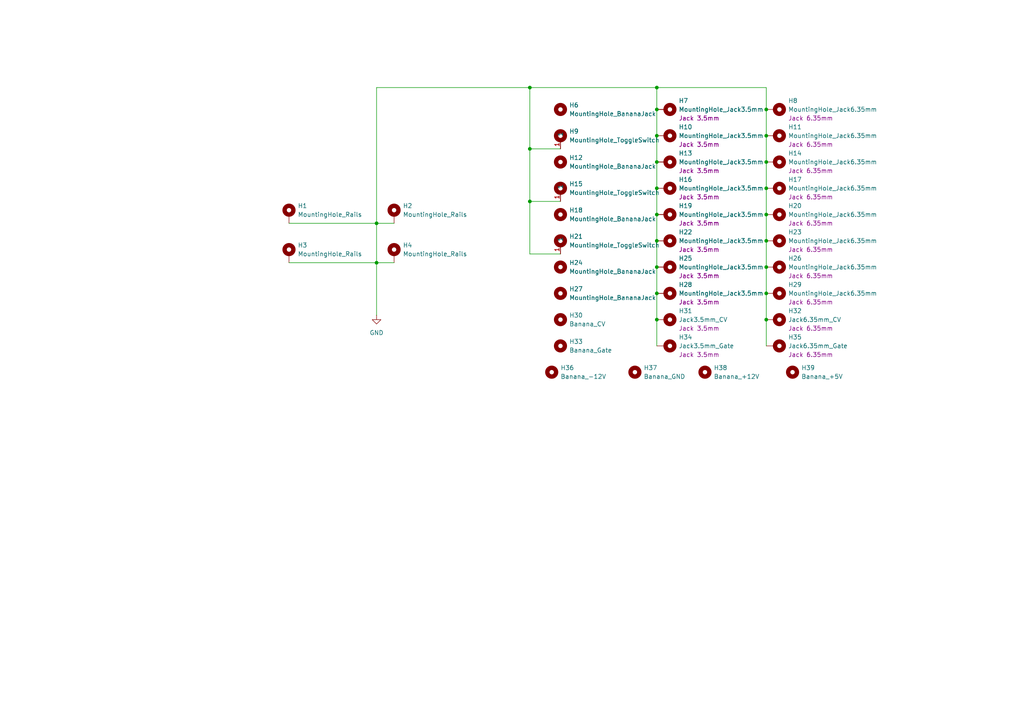
<source format=kicad_sch>
(kicad_sch (version 20231120) (generator "eeschema") (generator_version "8.0")
  (paper "A4")
  (title_block (title "Adapter Mult Mk1") (date "2024-05-26") (rev "1") (company "DMH"))
  (lib_symbols
    (symbol "Synth_Stuff:MountingHole_BananaJack" (pin_names (offset 1.016)) (exclude_from_sim yes) (in_bom no)
      (property "Reference" "H" (at 0 5.08 0))
      (property "Value" "MountingHole_BananaJack" (at 0 3.175 0))
      (symbol "MountingHole_BananaJack_0_1"
        (circle (center 0 0) (radius 1.27) (stroke (width 1.27)))
      )
    )
    (symbol "Synth_Stuff:MountingHole_Jack3.5mm_v2" (pin_numbers hide) (pin_names (offset 1.016) hide) (exclude_from_sim yes) (in_bom no)
      (property "Reference" "H" (at 0 5.08 0))
      (property "Value" "SIGNAL NAME" (at 0 3.175 0))
      (property "Description" "Jack 3.5mm" (at 0 -3.048 0))
      (symbol "MountingHole_Jack3.5mm_v2_0_1"
        (circle (center 0 0) (radius 1.27) (stroke (width 1.27)))
      )
      (symbol "MountingHole_Jack3.5mm_v2_1_1"
        (pin input line (at -3.81 0 0) (length 2.54) (name "1") (number "1"))
      )
    )
    (symbol "Synth_Stuff:MountingHole_Jack6.35mm_v2" (pin_numbers hide) (pin_names (offset 1.016) hide) (exclude_from_sim yes) (in_bom no)
      (property "Reference" "H" (at 0 5.08 0))
      (property "Value" "SIGNAL NAME" (at 0 3.175 0))
      (property "Description" "Jack 6.35mm" (at 0 -3.048 0))
      (symbol "MountingHole_Jack6.35mm_v2_0_1"
        (circle (center 0 0) (radius 1.27) (stroke (width 1.27)))
      )
      (symbol "MountingHole_Jack6.35mm_v2_1_1"
        (pin input line (at -3.81 0 0) (length 2.54) (name "1") (number "1"))
      )
    )
    (symbol "Synth_Stuff:MountingHole_Rails" (pin_numbers hide) (pin_names (offset 1.016) hide) (exclude_from_sim yes) (in_bom no)
      (property "Reference" "H" (at 0 6.35 0))
      (property "Value" "MountingHole_Rails" (at 0 4.445 0))
      (symbol "MountingHole_Rails_0_1"
        (circle (center 0 1.27) (radius 1.27) (stroke (width 1.27)))
      )
      (symbol "MountingHole_Rails_1_1"
        (pin input line (at 0 -2.54 90) (length 2.54) (name "1") (number "1"))
      )
    )
    (symbol "Synth_Stuff:MountingHole_ToggleSwitch" (pin_names (offset 1.016)) (exclude_from_sim yes) (in_bom no)
      (property "Reference" "H" (at 0 5.08 0))
      (property "Value" "MountingHole_ToggleSwitch" (at 0 3.175 0))
      (symbol "MountingHole_ToggleSwitch_0_1"
        (circle (center 0 0) (radius 1.27) (stroke (width 1.27)))
      )
      (symbol "MountingHole_ToggleSwitch_1_1"
        (pin input line (at 0 -3.81 90) (length 2.54) (name "1") (number "1"))
      )
    )
    (symbol "power:GND" (power) (pin_numbers hide) (pin_names (offset 0) hide)
      (property "Value" "GND" (at 0 -3.81 0))
      (symbol "GND_0_1"
        (polyline (pts (xy 0 0) (xy 0 -1.27) (xy 1.27 -1.27) (xy 0 -2.54) (xy -1.27 -1.27) (xy 0 -1.27)))
      )
      (symbol "GND_1_1"
        (pin power_in line (at 0 0 270) (length 0) (name "~") (number "1"))
      )
    )
  )
  (junction (at 222.25 85.09))
  (junction (at 222.25 54.61))
  (junction (at 190.5 85.09))
  (junction (at 190.5 92.71))
  (junction (at 153.67 58.42))
  (junction (at 190.5 31.75))
  (junction (at 222.25 69.85))
  (junction (at 222.25 62.23))
  (junction (at 222.25 39.37))
  (junction (at 109.22 64.77))
  (junction (at 222.25 31.75))
  (junction (at 190.5 77.47))
  (junction (at 109.22 76.2))
  (junction (at 222.25 46.99))
  (junction (at 222.25 77.47))
  (junction (at 153.67 25.4))
  (junction (at 190.5 25.4))
  (junction (at 153.67 43.18))
  (junction (at 190.5 69.85))
  (junction (at 190.5 39.37))
  (junction (at 222.25 92.71))
  (junction (at 190.5 62.23))
  (junction (at 190.5 46.99))
  (junction (at 190.5 54.61))
  (wire (pts (xy 109.22 64.77) (xy 109.22 76.2)))
  (wire (pts (xy 222.25 92.71) (xy 222.25 100.33)))
  (wire (pts (xy 190.5 54.61) (xy 190.5 62.23)))
  (wire (pts (xy 109.22 76.2) (xy 109.22 91.44)))
  (wire (pts (xy 109.22 25.4) (xy 109.22 64.77)))
  (wire (pts (xy 83.82 64.77) (xy 109.22 64.77)))
  (wire (pts (xy 190.5 25.4) (xy 153.67 25.4)))
  (wire (pts (xy 162.56 73.66) (xy 153.67 73.66)))
  (wire (pts (xy 222.25 31.75) (xy 222.25 39.37)))
  (wire (pts (xy 222.25 54.61) (xy 222.25 62.23)))
  (wire (pts (xy 153.67 73.66) (xy 153.67 58.42)))
  (wire (pts (xy 222.25 85.09) (xy 222.25 92.71)))
  (wire (pts (xy 190.5 39.37) (xy 190.5 46.99)))
  (wire (pts (xy 190.5 77.47) (xy 190.5 85.09)))
  (wire (pts (xy 222.25 69.85) (xy 222.25 77.47)))
  (wire (pts (xy 190.5 92.71) (xy 190.5 100.33)))
  (wire (pts (xy 162.56 43.18) (xy 153.67 43.18)))
  (wire (pts (xy 162.56 58.42) (xy 153.67 58.42)))
  (wire (pts (xy 190.5 31.75) (xy 190.5 25.4)))
  (wire (pts (xy 190.5 62.23) (xy 190.5 69.85)))
  (wire (pts (xy 153.67 58.42) (xy 153.67 43.18)))
  (wire (pts (xy 190.5 85.09) (xy 190.5 92.71)))
  (wire (pts (xy 190.5 46.99) (xy 190.5 54.61)))
  (wire (pts (xy 153.67 25.4) (xy 109.22 25.4)))
  (wire (pts (xy 222.25 46.99) (xy 222.25 54.61)))
  (wire (pts (xy 222.25 39.37) (xy 222.25 46.99)))
  (wire (pts (xy 83.82 76.2) (xy 109.22 76.2)))
  (wire (pts (xy 153.67 43.18) (xy 153.67 25.4)))
  (wire (pts (xy 190.5 31.75) (xy 190.5 39.37)))
  (wire (pts (xy 222.25 62.23) (xy 222.25 69.85)))
  (wire (pts (xy 190.5 25.4) (xy 222.25 25.4)))
  (wire (pts (xy 222.25 25.4) (xy 222.25 31.75)))
  (wire (pts (xy 222.25 77.47) (xy 222.25 85.09)))
  (wire (pts (xy 109.22 76.2) (xy 114.3 76.2)))
  (wire (pts (xy 109.22 64.77) (xy 114.3 64.77)))
  (wire (pts (xy 190.5 69.85) (xy 190.5 77.47)))
  (symbol (lib_id "Synth_Stuff:MountingHole_Jack3.5mm_v2") (at 194.31 100.33 0) (unit 1) (exclude_from_sim yes) (in_bom no)
    (property "Reference" "H34" (at 196.85 97.7899 0) (effects (justify left)))
    (property "Value" "Jack3.5mm_Gate" (at 196.85 100.3299 0) (effects (justify left)))
    (property "Footprint" "SynthStuff:Jack_3.5mm_Cutout_v2" (effects (hide yes)))
    (property "Description" "Jack 3.5mm" (at 196.85 102.8699 0) (effects (justify left)))
  )
  (symbol (lib_id "Synth_Stuff:MountingHole_BananaJack") (at 184.15 107.95 0) (unit 1) (exclude_from_sim yes) (in_bom no)
    (property "Reference" "H37" (at 186.69 106.6799 0) (effects (justify left)))
    (property "Value" "Banana_GND" (at 186.69 109.2199 0) (effects (justify left)))
    (property "Footprint" "SynthStuff:Banana_Jack_Cutout_v2" (effects (hide yes)))
    (property "Description" "Mounting Hole without connection" (effects (hide yes)))
  )
  (symbol (lib_id "Synth_Stuff:MountingHole_Jack3.5mm_v2") (at 194.31 92.71 0) (unit 1) (exclude_from_sim yes) (in_bom no)
    (property "Reference" "H31" (at 196.85 90.1699 0) (effects (justify left)))
    (property "Value" "Jack3.5mm_CV" (at 196.85 92.7099 0) (effects (justify left)))
    (property "Footprint" "SynthStuff:Jack_3.5mm_Cutout_v2" (effects (hide yes)))
    (property "Description" "Jack 3.5mm" (at 196.85 95.2499 0) (effects (justify left)))
  )
  (symbol (lib_id "Synth_Stuff:MountingHole_Jack6.35mm_v2") (at 226.06 46.99 0) (unit 1) (exclude_from_sim yes) (in_bom no)
    (property "Reference" "H14" (at 228.6 44.4499 0) (effects (justify left)))
    (property "Value" "MountingHole_Jack6.35mm" (at 228.6 46.9899 0) (effects (justify left)))
    (property "Footprint" "SynthStuff:Jack_6.35mm_Cutout_v3" (effects (hide yes)))
    (property "Description" "Jack 6.35mm" (at 228.6 49.5299 0) (effects (justify left)))
  )
  (symbol (lib_id "Synth_Stuff:MountingHole_ToggleSwitch") (at 162.56 39.37 0) (unit 1) (exclude_from_sim yes) (in_bom no)
    (property "Reference" "H9" (at 165.1 38.0999 0) (effects (justify left)))
    (property "Value" "MountingHole_ToggleSwitch" (at 165.1 40.6399 0) (effects (justify left)))
    (property "Footprint" "SynthStuff:Toggle_Switch_Cutout" (effects (hide yes)))
    (property "Description" "Mounting Hole without connection" (effects (hide yes)))
  )
  (symbol (lib_id "Synth_Stuff:MountingHole_BananaJack") (at 162.56 85.09 0) (unit 1) (exclude_from_sim yes) (in_bom no)
    (property "Reference" "H27" (at 165.1 83.8199 0) (effects (justify left)))
    (property "Value" "MountingHole_BananaJack" (at 165.1 86.3599 0) (effects (justify left)))
    (property "Footprint" "SynthStuff:Banana_Jack_Cutout_v2" (effects (hide yes)))
    (property "Description" "Mounting Hole without connection" (effects (hide yes)))
  )
  (symbol (lib_id "Synth_Stuff:MountingHole_Jack6.35mm_v2") (at 226.06 77.47 0) (unit 1) (exclude_from_sim yes) (in_bom no)
    (property "Reference" "H26" (at 228.6 74.9299 0) (effects (justify left)))
    (property "Value" "MountingHole_Jack6.35mm" (at 228.6 77.4699 0) (effects (justify left)))
    (property "Footprint" "SynthStuff:Jack_6.35mm_Cutout_v3" (effects (hide yes)))
    (property "Description" "Jack 6.35mm" (at 228.6 80.0099 0) (effects (justify left)))
  )
  (symbol (lib_id "Synth_Stuff:MountingHole_Jack3.5mm_v2") (at 194.31 31.75 0) (unit 1) (exclude_from_sim yes) (in_bom no)
    (property "Reference" "H7" (at 196.85 29.2099 0) (effects (justify left)))
    (property "Value" "MountingHole_Jack3.5mm" (at 196.85 31.7499 0) (effects (justify left)))
    (property "Footprint" "SynthStuff:Jack_3.5mm_Cutout_v2" (effects (hide yes)))
    (property "Description" "Jack 3.5mm" (at 196.85 34.2899 0) (effects (justify left)))
  )
  (symbol (lib_id "Synth_Stuff:MountingHole_ToggleSwitch") (at 162.56 69.85 0) (unit 1) (exclude_from_sim yes) (in_bom no)
    (property "Reference" "H21" (at 165.1 68.5799 0) (effects (justify left)))
    (property "Value" "MountingHole_ToggleSwitch" (at 165.1 71.1199 0) (effects (justify left)))
    (property "Footprint" "SynthStuff:Toggle_Switch_Cutout" (effects (hide yes)))
    (property "Description" "Mounting Hole without connection" (effects (hide yes)))
  )
  (symbol (lib_id "Synth_Stuff:MountingHole_Jack3.5mm_v2") (at 194.31 85.09 0) (unit 1) (exclude_from_sim yes) (in_bom no)
    (property "Reference" "H28" (at 196.85 82.5499 0) (effects (justify left)))
    (property "Value" "MountingHole_Jack3.5mm" (at 196.85 85.0899 0) (effects (justify left)))
    (property "Footprint" "SynthStuff:Jack_3.5mm_Cutout_v2" (effects (hide yes)))
    (property "Description" "Jack 3.5mm" (at 196.85 87.6299 0) (effects (justify left)))
  )
  (symbol (lib_id "Synth_Stuff:MountingHole_ToggleSwitch") (at 162.56 54.61 0) (unit 1) (exclude_from_sim yes) (in_bom no)
    (property "Reference" "H15" (at 165.1 53.3399 0) (effects (justify left)))
    (property "Value" "MountingHole_ToggleSwitch" (at 165.1 55.8799 0) (effects (justify left)))
    (property "Footprint" "SynthStuff:Toggle_Switch_Cutout" (effects (hide yes)))
    (property "Description" "Mounting Hole without connection" (effects (hide yes)))
  )
  (symbol (lib_id "Synth_Stuff:MountingHole_BananaJack") (at 204.47 107.95 0) (unit 1) (exclude_from_sim yes) (in_bom no)
    (property "Reference" "H38" (at 207.01 106.6799 0) (effects (justify left)))
    (property "Value" "Banana_+12V" (at 207.01 109.2199 0) (effects (justify left)))
    (property "Footprint" "SynthStuff:Banana_Jack_Cutout_v2" (effects (hide yes)))
    (property "Description" "Mounting Hole without connection" (effects (hide yes)))
  )
  (symbol (lib_id "Synth_Stuff:MountingHole_Jack6.35mm_v2") (at 226.06 69.85 0) (unit 1) (exclude_from_sim yes) (in_bom no)
    (property "Reference" "H23" (at 228.6 67.3099 0) (effects (justify left)))
    (property "Value" "MountingHole_Jack6.35mm" (at 228.6 69.8499 0) (effects (justify left)))
    (property "Footprint" "SynthStuff:Jack_6.35mm_Cutout_v3" (effects (hide yes)))
    (property "Description" "Jack 6.35mm" (at 228.6 72.3899 0) (effects (justify left)))
  )
  (symbol (lib_id "Synth_Stuff:MountingHole_Jack6.35mm_v2") (at 226.06 85.09 0) (unit 1) (exclude_from_sim yes) (in_bom no)
    (property "Reference" "H29" (at 228.6 82.5499 0) (effects (justify left)))
    (property "Value" "MountingHole_Jack6.35mm" (at 228.6 85.0899 0) (effects (justify left)))
    (property "Footprint" "SynthStuff:Jack_6.35mm_Cutout_v3" (effects (hide yes)))
    (property "Description" "Jack 6.35mm" (at 228.6 87.6299 0) (effects (justify left)))
  )
  (symbol (lib_id "Synth_Stuff:MountingHole_BananaJack") (at 229.87 107.95 0) (unit 1) (exclude_from_sim yes) (in_bom no)
    (property "Reference" "H39" (at 232.41 106.6799 0) (effects (justify left)))
    (property "Value" "Banana_+5V" (at 232.41 109.2199 0) (effects (justify left)))
    (property "Footprint" "SynthStuff:Banana_Jack_Cutout_v2" (effects (hide yes)))
    (property "Description" "Mounting Hole without connection" (effects (hide yes)))
  )
  (symbol (lib_id "Synth_Stuff:MountingHole_Jack6.35mm_v2") (at 226.06 100.33 0) (unit 1) (exclude_from_sim yes) (in_bom no)
    (property "Reference" "H35" (at 228.6 97.7899 0) (effects (justify left)))
    (property "Value" "Jack6.35mm_Gate" (at 228.6 100.3299 0) (effects (justify left)))
    (property "Footprint" "SynthStuff:Jack_6.35mm_Cutout_v3" (effects (hide yes)))
    (property "Description" "Jack 6.35mm" (at 228.6 102.8699 0) (effects (justify left)))
  )
  (symbol (lib_id "Synth_Stuff:MountingHole_Rails") (at 114.3 73.66 0) (unit 1) (exclude_from_sim yes) (in_bom no)
    (property "Reference" "H4" (at 116.84 71.1199 0) (effects (justify left)))
    (property "Value" "MountingHole_Rails" (at 116.84 73.6599 0) (effects (justify left)))
    (property "Footprint" "SynthStuff:MountingHole_Rails" (effects (hide yes)))
    (property "Description" "Mounting Hole with connection" (effects (hide yes)))
  )
  (symbol (lib_id "Synth_Stuff:MountingHole_BananaJack") (at 160.02 107.95 0) (unit 1) (exclude_from_sim yes) (in_bom no)
    (property "Reference" "H36" (at 162.56 106.6799 0) (effects (justify left)))
    (property "Value" "Banana_-12V" (at 162.56 109.2199 0) (effects (justify left)))
    (property "Footprint" "SynthStuff:Banana_Jack_Cutout_v2" (effects (hide yes)))
    (property "Description" "Mounting Hole without connection" (effects (hide yes)))
  )
  (symbol (lib_id "Synth_Stuff:MountingHole_Jack3.5mm_v2") (at 194.31 69.85 0) (unit 1) (exclude_from_sim yes) (in_bom no)
    (property "Reference" "H22" (at 196.85 67.3099 0) (effects (justify left)))
    (property "Value" "MountingHole_Jack3.5mm" (at 196.85 69.8499 0) (effects (justify left)))
    (property "Footprint" "SynthStuff:Jack_3.5mm_Cutout_v2" (effects (hide yes)))
    (property "Description" "Jack 3.5mm" (at 196.85 72.3899 0) (effects (justify left)))
  )
  (symbol (lib_id "Synth_Stuff:MountingHole_BananaJack") (at 162.56 46.99 0) (unit 1) (exclude_from_sim yes) (in_bom no)
    (property "Reference" "H12" (at 165.1 45.7199 0) (effects (justify left)))
    (property "Value" "MountingHole_BananaJack" (at 165.1 48.2599 0) (effects (justify left)))
    (property "Footprint" "SynthStuff:Banana_Jack_Cutout_v2" (effects (hide yes)))
    (property "Description" "Mounting Hole without connection" (effects (hide yes)))
  )
  (symbol (lib_id "Synth_Stuff:MountingHole_Rails") (at 114.3 62.23 0) (unit 1) (exclude_from_sim yes) (in_bom no)
    (property "Reference" "H2" (at 116.84 59.6899 0) (effects (justify left)))
    (property "Value" "MountingHole_Rails" (at 116.84 62.2299 0) (effects (justify left)))
    (property "Footprint" "SynthStuff:MountingHole_Rails" (effects (hide yes)))
    (property "Description" "Mounting Hole with connection" (effects (hide yes)))
  )
  (symbol (lib_id "Synth_Stuff:MountingHole_BananaJack") (at 162.56 92.71 0) (unit 1) (exclude_from_sim yes) (in_bom no)
    (property "Reference" "H30" (at 165.1 91.4399 0) (effects (justify left)))
    (property "Value" "Banana_CV" (at 165.1 93.9799 0) (effects (justify left)))
    (property "Footprint" "SynthStuff:Banana_Jack_Cutout_v2" (effects (hide yes)))
    (property "Description" "Mounting Hole without connection" (effects (hide yes)))
  )
  (symbol (lib_id "power:GND") (at 109.22 91.44 0) (unit 1)
    (property "Reference" "#PWR0101" (effects (hide yes)))
    (property "Value" "GND" (at 109.22 96.52 0))
    (property "Description" "Power symbol creates a global label with name \"GND\" , ground" (effects (hide yes)))
  )
  (symbol (lib_id "Synth_Stuff:MountingHole_Jack6.35mm_v2") (at 226.06 31.75 0) (unit 1) (exclude_from_sim yes) (in_bom no)
    (property "Reference" "H8" (at 228.6 29.2099 0) (effects (justify left)))
    (property "Value" "MountingHole_Jack6.35mm" (at 228.6 31.7499 0) (effects (justify left)))
    (property "Footprint" "SynthStuff:Jack_6.35mm_Cutout_v3" (effects (hide yes)))
    (property "Description" "Jack 6.35mm" (at 228.6 34.2899 0) (effects (justify left)))
  )
  (symbol (lib_id "Synth_Stuff:MountingHole_BananaJack") (at 162.56 31.75 0) (unit 1) (exclude_from_sim yes) (in_bom no)
    (property "Reference" "H6" (at 165.1 30.4799 0) (effects (justify left)))
    (property "Value" "MountingHole_BananaJack" (at 165.1 33.0199 0) (effects (justify left)))
    (property "Footprint" "SynthStuff:Banana_Jack_Cutout_v2" (effects (hide yes)))
    (property "Description" "Mounting Hole without connection" (effects (hide yes)))
  )
  (symbol (lib_id "Synth_Stuff:MountingHole_Jack3.5mm_v2") (at 194.31 54.61 0) (unit 1) (exclude_from_sim yes) (in_bom no)
    (property "Reference" "H16" (at 196.85 52.0699 0) (effects (justify left)))
    (property "Value" "MountingHole_Jack3.5mm" (at 196.85 54.6099 0) (effects (justify left)))
    (property "Footprint" "SynthStuff:Jack_3.5mm_Cutout_v2" (effects (hide yes)))
    (property "Description" "Jack 3.5mm" (at 196.85 57.1499 0) (effects (justify left)))
  )
  (symbol (lib_id "Synth_Stuff:MountingHole_Jack3.5mm_v2") (at 194.31 46.99 0) (unit 1) (exclude_from_sim yes) (in_bom no)
    (property "Reference" "H13" (at 196.85 44.4499 0) (effects (justify left)))
    (property "Value" "MountingHole_Jack3.5mm" (at 196.85 46.9899 0) (effects (justify left)))
    (property "Footprint" "SynthStuff:Jack_3.5mm_Cutout_v2" (effects (hide yes)))
    (property "Description" "Jack 3.5mm" (at 196.85 49.5299 0) (effects (justify left)))
  )
  (symbol (lib_id "Synth_Stuff:MountingHole_Jack6.35mm_v2") (at 226.06 39.37 0) (unit 1) (exclude_from_sim yes) (in_bom no)
    (property "Reference" "H11" (at 228.6 36.8299 0) (effects (justify left)))
    (property "Value" "MountingHole_Jack6.35mm" (at 228.6 39.3699 0) (effects (justify left)))
    (property "Footprint" "SynthStuff:Jack_6.35mm_Cutout_v3" (effects (hide yes)))
    (property "Description" "Jack 6.35mm" (at 228.6 41.9099 0) (effects (justify left)))
  )
  (symbol (lib_id "Synth_Stuff:MountingHole_Jack6.35mm_v2") (at 226.06 62.23 0) (unit 1) (exclude_from_sim yes) (in_bom no)
    (property "Reference" "H20" (at 228.6 59.6899 0) (effects (justify left)))
    (property "Value" "MountingHole_Jack6.35mm" (at 228.6 62.2299 0) (effects (justify left)))
    (property "Footprint" "SynthStuff:Jack_6.35mm_Cutout_v3" (effects (hide yes)))
    (property "Description" "Jack 6.35mm" (at 228.6 64.7699 0) (effects (justify left)))
  )
  (symbol (lib_id "Synth_Stuff:MountingHole_BananaJack") (at 162.56 62.23 0) (unit 1) (exclude_from_sim yes) (in_bom no)
    (property "Reference" "H18" (at 165.1 60.9599 0) (effects (justify left)))
    (property "Value" "MountingHole_BananaJack" (at 165.1 63.4999 0) (effects (justify left)))
    (property "Footprint" "SynthStuff:Banana_Jack_Cutout_v2" (effects (hide yes)))
    (property "Description" "Mounting Hole without connection" (effects (hide yes)))
  )
  (symbol (lib_id "Synth_Stuff:MountingHole_Jack6.35mm_v2") (at 226.06 54.61 0) (unit 1) (exclude_from_sim yes) (in_bom no)
    (property "Reference" "H17" (at 228.6 52.0699 0) (effects (justify left)))
    (property "Value" "MountingHole_Jack6.35mm" (at 228.6 54.6099 0) (effects (justify left)))
    (property "Footprint" "SynthStuff:Jack_6.35mm_Cutout_v3" (effects (hide yes)))
    (property "Description" "Jack 6.35mm" (at 228.6 57.1499 0) (effects (justify left)))
  )
  (symbol (lib_id "Synth_Stuff:MountingHole_Jack3.5mm_v2") (at 194.31 39.37 0) (unit 1) (exclude_from_sim yes) (in_bom no)
    (property "Reference" "H10" (at 196.85 36.8299 0) (effects (justify left)))
    (property "Value" "MountingHole_Jack3.5mm" (at 196.85 39.3699 0) (effects (justify left)))
    (property "Footprint" "SynthStuff:Jack_3.5mm_Cutout_v2" (effects (hide yes)))
    (property "Description" "Jack 3.5mm" (at 196.85 41.9099 0) (effects (justify left)))
  )
  (symbol (lib_id "Synth_Stuff:MountingHole_Jack6.35mm_v2") (at 226.06 92.71 0) (unit 1) (exclude_from_sim yes) (in_bom no)
    (property "Reference" "H32" (at 228.6 90.1699 0) (effects (justify left)))
    (property "Value" "Jack6.35mm_CV" (at 228.6 92.7099 0) (effects (justify left)))
    (property "Footprint" "SynthStuff:Jack_6.35mm_Cutout_v3" (effects (hide yes)))
    (property "Description" "Jack 6.35mm" (at 228.6 95.2499 0) (effects (justify left)))
  )
  (symbol (lib_id "Synth_Stuff:MountingHole_Jack3.5mm_v2") (at 194.31 62.23 0) (unit 1) (exclude_from_sim yes) (in_bom no)
    (property "Reference" "H19" (at 196.85 59.6899 0) (effects (justify left)))
    (property "Value" "MountingHole_Jack3.5mm" (at 196.85 62.2299 0) (effects (justify left)))
    (property "Footprint" "SynthStuff:Jack_3.5mm_Cutout_v2" (effects (hide yes)))
    (property "Description" "Jack 3.5mm" (at 196.85 64.7699 0) (effects (justify left)))
  )
  (symbol (lib_id "Synth_Stuff:MountingHole_Rails") (at 83.82 73.66 0) (unit 1) (exclude_from_sim yes) (in_bom no)
    (property "Reference" "H3" (at 86.36 71.1199 0) (effects (justify left)))
    (property "Value" "MountingHole_Rails" (at 86.36 73.6599 0) (effects (justify left)))
    (property "Footprint" "SynthStuff:MountingHole_Rails" (effects (hide yes)))
    (property "Description" "Mounting Hole with connection" (effects (hide yes)))
  )
  (symbol (lib_id "Synth_Stuff:MountingHole_BananaJack") (at 162.56 100.33 0) (unit 1) (exclude_from_sim yes) (in_bom no)
    (property "Reference" "H33" (at 165.1 99.0599 0) (effects (justify left)))
    (property "Value" "Banana_Gate" (at 165.1 101.5999 0) (effects (justify left)))
    (property "Footprint" "SynthStuff:Banana_Jack_Cutout_v2" (effects (hide yes)))
    (property "Description" "Mounting Hole without connection" (effects (hide yes)))
  )
  (symbol (lib_id "Synth_Stuff:MountingHole_Rails") (at 83.82 62.23 0) (unit 1) (exclude_from_sim yes) (in_bom no)
    (property "Reference" "H1" (at 86.36 59.6899 0) (effects (justify left)))
    (property "Value" "MountingHole_Rails" (at 86.36 62.2299 0) (effects (justify left)))
    (property "Footprint" "SynthStuff:MountingHole_Rails" (effects (hide yes)))
    (property "Description" "Mounting Hole with connection" (effects (hide yes)))
  )
  (symbol (lib_id "Synth_Stuff:MountingHole_BananaJack") (at 162.56 77.47 0) (unit 1) (exclude_from_sim yes) (in_bom no)
    (property "Reference" "H24" (at 165.1 76.1999 0) (effects (justify left)))
    (property "Value" "MountingHole_BananaJack" (at 165.1 78.7399 0) (effects (justify left)))
    (property "Footprint" "SynthStuff:Banana_Jack_Cutout_v2" (effects (hide yes)))
    (property "Description" "Mounting Hole without connection" (effects (hide yes)))
  )
  (symbol (lib_id "Synth_Stuff:MountingHole_Jack3.5mm_v2") (at 194.31 77.47 0) (unit 1) (exclude_from_sim yes) (in_bom no)
    (property "Reference" "H25" (at 196.85 74.9299 0) (effects (justify left)))
    (property "Value" "MountingHole_Jack3.5mm" (at 196.85 77.4699 0) (effects (justify left)))
    (property "Footprint" "SynthStuff:Jack_3.5mm_Cutout_v2" (effects (hide yes)))
    (property "Description" "Jack 3.5mm" (at 196.85 80.0099 0) (effects (justify left)))
  )
)
</source>
